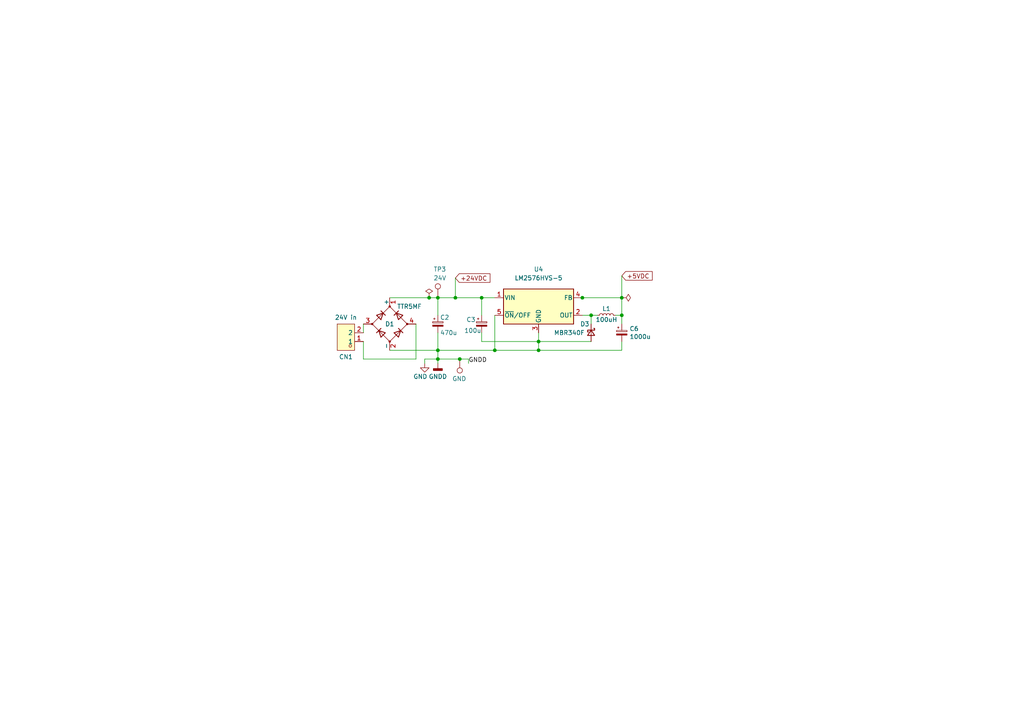
<source format=kicad_sch>
(kicad_sch (version 20230121) (generator eeschema)
  (paper "A4")
  (lib_symbols
    (symbol "Connector:TestPoint" (pin_numbers hide) (pin_names (offset 0.762) hide)
      (property "Reference" "TP" (at 0 6.858 0))
      (property "Value" "TestPoint" (at 0 5.08 0))
      (symbol "TestPoint_0_1"
        (circle (center 0 3.302) (radius 0.762))
      )
      (symbol "TestPoint_1_1"
        (pin passive line (at 0 0 90) (length 2.54) (name "1") (number "1"))
      )
    )
    (symbol "Device:C_Polarized_Small" (pin_numbers hide) (pin_names (offset 0.254) hide)
      (property "Reference" "C" (at 0.254 1.778 0))
      (property "Value" "C_Polarized_Small" (at 0.254 -2.032 0))
      (symbol "C_Polarized_Small_0_1"
        (rectangle (start -1.524 -0.3048) (end 1.524 -0.6858) (fill (type outline)))
        (rectangle (start -1.524 0.6858) (end 1.524 0.3048))
        (polyline (pts (xy -1.27 1.524) (xy -0.762 1.524)))
        (polyline (pts (xy -1.016 1.27) (xy -1.016 1.778)))
      )
      (symbol "C_Polarized_Small_1_1"
        (pin passive line (at 0 2.54 270) (length 1.8542) (name "~") (number "1"))
        (pin passive line (at 0 -2.54 90) (length 1.8542) (name "~") (number "2"))
      )
    )
    (symbol "Device:D_Bridge_+-AA" (pin_names (offset 0))
      (property "Reference" "D" (at 2.54 6.985 0))
      (property "Value" "D_Bridge_+-AA" (at 2.54 5.08 0))
      (symbol "D_Bridge_+-AA_0_1"
        (circle (center -5.08 0) (radius 0.254) (fill (type outline)))
        (circle (center 0 -5.08) (radius 0.254) (fill (type outline)))
        (polyline (pts (xy -2.54 3.81) (xy -1.27 2.54)) (stroke (width 0.254)))
        (polyline (pts (xy -1.27 -2.54) (xy -2.54 -3.81)) (stroke (width 0.254)))
        (polyline (pts (xy 2.54 -1.27) (xy 3.81 -2.54)) (stroke (width 0.254)))
        (polyline (pts (xy 2.54 1.27) (xy 3.81 2.54)) (stroke (width 0.254)))
        (polyline (pts (xy -3.81 2.54) (xy -2.54 1.27) (xy -1.905 3.175) (xy -3.81 2.54)) (stroke (width 0.254)))
        (polyline (pts (xy -2.54 -1.27) (xy -3.81 -2.54) (xy -1.905 -3.175) (xy -2.54 -1.27)) (stroke (width 0.254)))
        (polyline (pts (xy 1.27 2.54) (xy 2.54 3.81) (xy 3.175 1.905) (xy 1.27 2.54)) (stroke (width 0.254)))
        (polyline (pts (xy 3.175 -1.905) (xy 1.27 -2.54) (xy 2.54 -3.81) (xy 3.175 -1.905)) (stroke (width 0.254)))
        (polyline (pts (xy -5.08 0) (xy 0 -5.08) (xy 5.08 0) (xy 0 5.08) (xy -5.08 0)))
        (circle (center 0 5.08) (radius 0.254) (fill (type outline)))
        (circle (center 5.08 0) (radius 0.254) (fill (type outline)))
      )
      (symbol "D_Bridge_+-AA_1_1"
        (pin passive line (at 7.62 0 180) (length 2.54) (name "+") (number "1"))
        (pin passive line (at -7.62 0 0) (length 2.54) (name "-") (number "2"))
        (pin passive line (at 0 7.62 270) (length 2.54) (name "~") (number "3"))
        (pin passive line (at 0 -7.62 90) (length 2.54) (name "~") (number "4"))
      )
    )
    (symbol "Device:D_Schottky_Small" (pin_numbers hide) (pin_names (offset 0.254) hide)
      (property "Reference" "D" (at -1.27 2.032 0))
      (property "Value" "D_Schottky_Small" (at -7.112 -2.032 0))
      (symbol "D_Schottky_Small_0_1"
        (polyline (pts (xy -0.762 0) (xy 0.762 0)))
        (polyline (pts (xy 0.762 -1.016) (xy -0.762 0) (xy 0.762 1.016) (xy 0.762 -1.016)) (stroke (width 0.254)))
        (polyline (pts (xy -1.27 0.762) (xy -1.27 1.016) (xy -0.762 1.016) (xy -0.762 -1.016) (xy -0.254 -1.016) (xy -0.254 -0.762)) (stroke (width 0.254)))
      )
      (symbol "D_Schottky_Small_1_1"
        (pin passive line (at -2.54 0 0) (length 1.778) (name "K") (number "1"))
        (pin passive line (at 2.54 0 180) (length 1.778) (name "A") (number "2"))
      )
    )
    (symbol "Device:L_Small" (pin_numbers hide) (pin_names (offset 0.254) hide)
      (property "Reference" "L" (at 0.762 1.016 0))
      (property "Value" "L_Small" (at 0.762 -1.016 0))
      (symbol "L_Small_0_1"
        (arc (start 0 -2.032) (mid 0.5058 -1.524) (end 0 -1.016))
        (arc (start 0 -1.016) (mid 0.5058 -0.508) (end 0 0))
        (arc (start 0 0) (mid 0.5058 0.508) (end 0 1.016))
        (arc (start 0 1.016) (mid 0.5058 1.524) (end 0 2.032))
      )
      (symbol "L_Small_1_1"
        (pin passive line (at 0 2.54 270) (length 0.508) (name "~") (number "1"))
        (pin passive line (at 0 -2.54 90) (length 0.508) (name "~") (number "2"))
      )
    )
    (symbol "Regulator_Switching:LM2576HVS-5" (pin_names (offset 0.254))
      (property "Reference" "U" (at -10.16 6.35 0))
      (property "Value" "LM2576HVS-5" (at 0 6.35 0))
      (symbol "LM2576HVS-5_0_1"
        (rectangle (start -10.16 5.08) (end 10.16 -5.08) (stroke (width 0.254)) (fill (type background)))
      )
      (symbol "LM2576HVS-5_1_1"
        (pin power_in line (at -12.7 2.54 0) (length 2.54) (name "VIN") (number "1"))
        (pin output line (at 12.7 -2.54 180) (length 2.54) (name "OUT") (number "2"))
        (pin power_in line (at 0 -7.62 90) (length 2.54) (name "GND") (number "3"))
        (pin input line (at 12.7 2.54 180) (length 2.54) (name "FB") (number "4"))
        (pin input line (at -12.7 -2.54 0) (length 2.54) (name "~{ON}/OFF") (number "5"))
      )
    )
    (symbol "easyeda2kicad:KF142R-5.08-2P"
      (property "Reference" "CN" (at 0 6.35 0))
      (property "Value" "KF142R-5.08-2P" (at 0 -6.35 0))
      (symbol "KF142R-5.08-2P_0_1"
        (rectangle (start -2.54 3.81) (end 2.54 -3.81) (fill (type background)))
        (circle (center -1.27 2.54) (radius 0.38))
        (pin passive line (at -5.08 1.27 0) (length 2.54) (name "1") (number "1"))
        (pin passive line (at -5.08 -1.27 0) (length 2.54) (name "2") (number "2"))
      )
    )
    (symbol "power:GND" (power) (pin_names (offset 0))
      (property "Value" "GND" (at 0 -3.81 0))
      (symbol "GND_0_1"
        (polyline (pts (xy 0 0) (xy 0 -1.27) (xy 1.27 -1.27) (xy 0 -2.54) (xy -1.27 -1.27) (xy 0 -1.27)))
      )
      (symbol "GND_1_1"
        (pin power_in line (at 0 0 270) (length 0) hide (name "GND") (number "1"))
      )
    )
    (symbol "power:GNDD" (power) (pin_names (offset 0))
      (property "Value" "GNDD" (at 0 -3.175 0))
      (symbol "GNDD_0_1"
        (rectangle (start -1.27 -1.524) (end 1.27 -2.032) (stroke (width 0.254)) (fill (type outline)))
        (polyline (pts (xy 0 0) (xy 0 -1.524)))
      )
      (symbol "GNDD_1_1"
        (pin power_in line (at 0 0 270) (length 0) hide (name "GNDD") (number "1"))
      )
    )
    (symbol "power:PWR_FLAG" (power) (pin_numbers hide) (pin_names (offset 0) hide)
      (property "Value" "PWR_FLAG" (at 0 3.81 0))
      (symbol "PWR_FLAG_0_0"
        (pin power_out line (at 0 0 90) (length 0) (name "pwr") (number "1"))
      )
      (symbol "PWR_FLAG_0_1"
        (polyline (pts (xy 0 0) (xy 0 1.27) (xy -1.016 1.905) (xy 0 2.54) (xy 1.016 1.905) (xy 0 1.27)))
      )
    )
  )
  (junction (at 156.21 101.6))
  (junction (at 124.46 86.36))
  (junction (at 180.34 86.36))
  (junction (at 156.21 99.06))
  (junction (at 132.08 86.36))
  (junction (at 127 101.6))
  (junction (at 180.34 91.44))
  (junction (at 168.91 86.36))
  (junction (at 127 86.36))
  (junction (at 143.51 101.6))
  (junction (at 127 104.14))
  (junction (at 139.7 86.36))
  (junction (at 133.35 104.14))
  (junction (at 171.45 91.44))
  (wire (pts (xy 133.35 104.14) (xy 127 104.14)))
  (wire (pts (xy 178.435 91.44) (xy 180.34 91.44)))
  (wire (pts (xy 171.45 91.44) (xy 171.45 93.98)))
  (wire (pts (xy 180.34 101.6) (xy 180.34 99.06)))
  (wire (pts (xy 139.7 86.36) (xy 139.7 91.44)))
  (wire (pts (xy 132.08 80.645) (xy 132.08 86.36)))
  (wire (pts (xy 156.21 101.6) (xy 156.21 99.06)))
  (wire (pts (xy 139.7 86.36) (xy 143.51 86.36)))
  (wire (pts (xy 180.34 86.36) (xy 180.34 91.44)))
  (wire (pts (xy 105.41 99.06) (xy 105.41 104.14)))
  (wire (pts (xy 139.7 99.06) (xy 139.7 96.52)))
  (wire (pts (xy 166.37 86.36) (xy 168.91 86.36)))
  (wire (pts (xy 123.19 104.14) (xy 123.19 105.41)))
  (wire (pts (xy 127 101.6) (xy 143.51 101.6)))
  (wire (pts (xy 156.21 99.06) (xy 171.45 99.06)))
  (wire (pts (xy 127 86.36) (xy 127 91.44)))
  (wire (pts (xy 127 86.36) (xy 132.08 86.36)))
  (wire (pts (xy 113.03 86.36) (xy 124.46 86.36)))
  (wire (pts (xy 133.35 104.14) (xy 135.89 104.14)))
  (wire (pts (xy 120.65 93.98) (xy 120.65 104.14)))
  (wire (pts (xy 173.355 91.44) (xy 171.45 91.44)))
  (wire (pts (xy 143.51 101.6) (xy 156.21 101.6)))
  (wire (pts (xy 156.21 99.06) (xy 156.21 96.52)))
  (wire (pts (xy 156.21 99.06) (xy 139.7 99.06)))
  (wire (pts (xy 105.41 96.52) (xy 105.41 93.98)))
  (wire (pts (xy 135.89 104.14) (xy 135.89 105.41)))
  (wire (pts (xy 168.91 91.44) (xy 171.45 91.44)))
  (wire (pts (xy 168.91 86.36) (xy 180.34 86.36)))
  (wire (pts (xy 156.21 101.6) (xy 180.34 101.6)))
  (wire (pts (xy 143.51 91.44) (xy 143.51 101.6)))
  (wire (pts (xy 120.65 104.14) (xy 105.41 104.14)))
  (wire (pts (xy 180.34 80.01) (xy 180.34 86.36)))
  (wire (pts (xy 124.46 86.36) (xy 127 86.36)))
  (wire (pts (xy 127 104.14) (xy 127 105.41)))
  (wire (pts (xy 180.34 91.44) (xy 180.34 93.98)))
  (wire (pts (xy 127 96.52) (xy 127 101.6)))
  (wire (pts (xy 132.08 86.36) (xy 139.7 86.36)))
  (wire (pts (xy 127 104.14) (xy 127 101.6)))
  (wire (pts (xy 113.03 101.6) (xy 127 101.6)))
  (wire (pts (xy 127 104.14) (xy 123.19 104.14)))
  (label "GNDD" (at 135.89 105.41 0))
  (global_label "+5VDC" (shape input) (at 180.34 80.01 0) (property "Intersheetrefs" "${INTERSHEET_REFS}" (effects hide)))
  (global_label "+24VDC" (shape input) (at 132.08 80.645 0) (property "Intersheetrefs" "${INTERSHEET_REFS}" (effects hide)))
  (symbol (lib_id "Regulator_Switching:LM2576HVS-5") (at 156.21 88.9 0) (unit 1)
    (property "Reference" "U4" (at 156.21 78.105 0))
    (property "Value" "LM2576HVS-5" (at 156.21 80.645 0))
    (property "Footprint" "Package_TO_SOT_SMD:TO-263-5_TabPin3" (effects hide))
    (property "Datasheet" "http://www.ti.com/lit/ds/symlink/lm2576.pdf" (effects hide))
    (property "LCSC" "C347437" (effects hide))
    (instances (project "scan-controller-kicad" (path "" (reference "U4") (unit 1)) (path "" (reference "U7") (unit 1))))
  )
  (symbol (lib_id "Device:C_Polarized_Small") (at 139.7 93.98 0) (unit 1)
    (property "Reference" "C3" (at 135.255 92.71 0) (effects (justify left)))
    (property "Value" "100u" (at 134.62 95.885 0) (effects (justify left)))
    (property "Footprint" "Capacitor_SMD:CP_Elec_10x10.5" (effects hide))
    (property "LCSC" " C280414" (effects hide))
    (instances (project "scan-controller-kicad" (path "" (reference "C3") (unit 1)) (path "" (reference "C19") (unit 1))))
  )
  (symbol (lib_id "Device:C_Polarized_Small") (at 127 93.98 0) (unit 1)
    (property "Reference" "C2" (at 127.635 92.075 0) (effects (justify left)))
    (property "Value" "470u" (at 127.635 96.52 0) (effects (justify left)))
    (property "Footprint" "Capacitor_SMD:CP_Elec_18x17.5" (effects hide))
    (property "LCSC" "C249936" (effects hide))
    (instances (project "scan-controller-kicad" (path "" (reference "C2") (unit 1)) (path "" (reference "C18") (unit 1))))
  )
  (symbol (lib_id "power:GND") (at 123.19 105.41 0) (unit 1)
    (property "Reference" "#PWR07" (effects hide))
    (property "Value" "GND" (at 121.92 109.22 0))
    (instances (project "scan-controller-kicad" (path "" (reference "#PWR07") (unit 1)) (path "" (reference "#PWR044") (unit 1))))
  )
  (symbol (lib_id "power:PWR_FLAG") (at 124.46 86.36 0) (unit 1)
    (property "Reference" "#FLG01" (effects hide))
    (property "Value" "PWR_FLAG" (effects hide))
    (instances (project "scan-controller-kicad" (path "" (reference "#FLG01") (unit 1)) (path "" (reference "#FLG06") (unit 1))))
  )
  (symbol (lib_id "Device:D_Bridge_+-AA") (at 113.03 93.98 90) (unit 1)
    (property "Reference" "D1" (at 113.03 93.98 90))
    (property "Value" "TTR5MF" (at 118.745 88.9 90))
    (property "Footprint" "easyeda2kicad:DIO-BG-TH_TTF" (effects hide))
    (property "LCSC" "C911077" (effects hide))
    (instances (project "scan-controller-kicad" (path "" (reference "D1") (unit 1)) (path "" (reference "D7") (unit 1))))
  )
  (symbol (lib_id "Device:C_Polarized_Small") (at 180.34 96.52 0) (unit 1)
    (property "Reference" "C6" (at 182.5752 95.3516 0) (effects (justify left)))
    (property "Value" "1000u" (at 182.5752 97.663 0) (effects (justify left)))
    (property "Footprint" "Capacitor_SMD:CP_Elec_10x10.5" (effects hide))
    (property "LCSC" "C310843" (effects hide))
    (instances (project "scan-controller-kicad" (path "" (reference "C6") (unit 1)) (path "" (reference "C20") (unit 1))))
  )
  (symbol (lib_id "power:PWR_FLAG") (at 180.34 86.36 270) (unit 1)
    (property "Reference" "#FLG03" (effects hide))
    (property "Value" "PWR_FLAG" (effects hide))
    (instances (project "scan-controller-kicad" (path "" (reference "#FLG03") (unit 1)) (path "" (reference "#FLG08") (unit 1))))
  )
  (symbol (lib_id "power:GNDD") (at 127 105.41 0) (unit 1)
    (property "Reference" "#PWR08" (effects hide))
    (property "Value" "GNDD" (at 127 109.22 0))
    (instances (project "scan-controller-kicad" (path "" (reference "#PWR08") (unit 1)) (path "" (reference "#PWR045") (unit 1))))
  )
  (symbol (lib_id "Connector:TestPoint") (at 127 86.36 0) (unit 1)
    (property "Reference" "TP3" (at 125.73 78.105 0) (effects (justify left)))
    (property "Value" "24V" (at 125.73 80.645 0) (effects (justify left)))
    (property "Footprint" "TestPoint:TestPoint_THTPad_D2.0mm_Drill1.0mm" (effects hide))
    (instances (project "scan-controller-kicad" (path "" (reference "TP3") (unit 1)) (path "" (reference "TP16") (unit 1))))
  )
  (symbol (lib_id "easyeda2kicad:KF142R-5.08-2P") (at 100.33 97.79 180) (unit 1)
    (property "Reference" "CN1" (at 100.33 103.505 0))
    (property "Value" "24V in" (at 100.33 92.075 0))
    (property "Footprint" "easyeda2kicad:CONN-TH_2P-P5.08_KF142R-5.08-2P" (effects hide))
    (property "Datasheet" "https://lcsc.com/product-detail/New-Quadratic-Unclassified-Data_Cixi-Kefa-Elec-KF142R-5-08-2P_C475144.html" (effects hide))
    (property "LCSC Part" "C475144" (effects hide))
    (instances (project "scan-controller-kicad" (path "" (reference "CN1") (unit 1)) (path "" (reference "CN7") (unit 1))))
  )
  (symbol (lib_id "Device:L_Small") (at 175.895 91.44 90) (unit 1)
    (property "Reference" "L1" (at 175.895 89.535 90))
    (property "Value" "100uH" (at 175.895 92.71 90))
    (property "Footprint" "easyeda2kicad:IND-SMD_L13.5-W12.6_TMPA1265SP-100MN-D" (effects hide))
    (property "Datasheet" "https://datasheet.lcsc.com/lcsc/2009171439_TAI-TECH-TMPC1206HP-101MG-D_C357256.pdf" (effects hide))
    (property "LCSC" "C357256" (effects hide))
    (instances (project "scan-controller-kicad" (path "" (reference "L1") (unit 1)) (path "" (reference "L2") (unit 1))))
  )
  (symbol (lib_id "Connector:TestPoint") (at 133.35 104.14 180) (unit 1)
    (property "Reference" "TP6" (effects hide))
    (property "Value" "GND" (at 135.255 109.855 0) (effects (justify left)))
    (property "Footprint" "TestPoint:TestPoint_THTPad_D2.0mm_Drill1.0mm" (effects hide))
    (instances (project "scan-controller-kicad" (path "" (reference "TP6") (unit 1)) (path "" (reference "TP17") (unit 1))))
  )
  (symbol (lib_id "Device:D_Schottky_Small") (at 171.45 96.52 270) (unit 1)
    (property "Reference" "D3" (at 168.275 93.98 90) (effects (justify left)))
    (property "Value" "MBR340F" (at 160.655 96.52 90) (effects (justify left)))
    (property "Footprint" "Diode_SMD:D_SOD-123F" (effects hide))
    (property "Datasheet" "https://datasheet.lcsc.com/lcsc/2001131004_Shikues-MBR340F_C475721.pdf" (effects hide))
    (property "LCSC" "C475721" (effects hide))
    (instances (project "scan-controller-kicad" (path "" (reference "D3") (unit 1)) (path "" (reference "D8") (unit 1))))
  )
)
</source>
